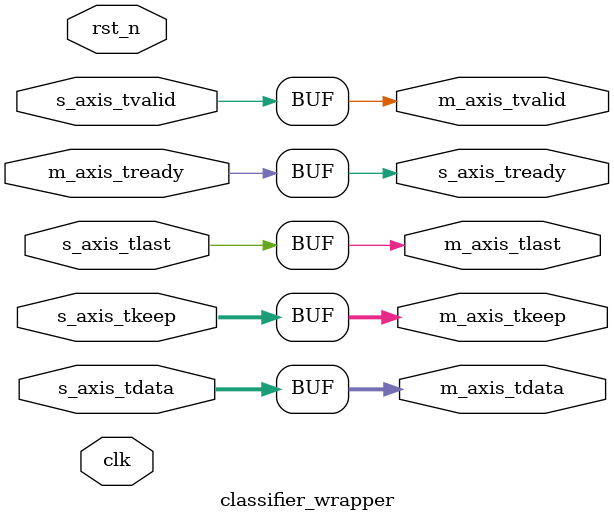
<source format=v>
module classifier_wrapper #(
    parameter DATA_WIDTH = 32,
    parameter KEEP_WIDTH = 4
)(
    input wire clk,
    input wire rst_n,

    // AXI-Stream input interface
    input wire [DATA_WIDTH-1:0] s_axis_tdata,
    input wire [KEEP_WIDTH-1:0] s_axis_tkeep,
    input wire                  s_axis_tvalid,
    output wire                 s_axis_tready,
    input wire                  s_axis_tlast,

    // AXI-Stream output interface
    output wire [DATA_WIDTH-1:0] m_axis_tdata,
    output wire [KEEP_WIDTH-1:0] m_axis_tkeep,
    output wire                  m_axis_tvalid,
    input wire                   m_axis_tready,
    output wire                  m_axis_tlast
);

    // For now, simply pass through the AXI-Stream signals
    assign m_axis_tdata  = s_axis_tdata;
    assign m_axis_tkeep  = s_axis_tkeep;
    assign m_axis_tvalid = s_axis_tvalid;
    assign s_axis_tready = m_axis_tready;
    assign m_axis_tlast  = s_axis_tlast;

endmodule


</source>
